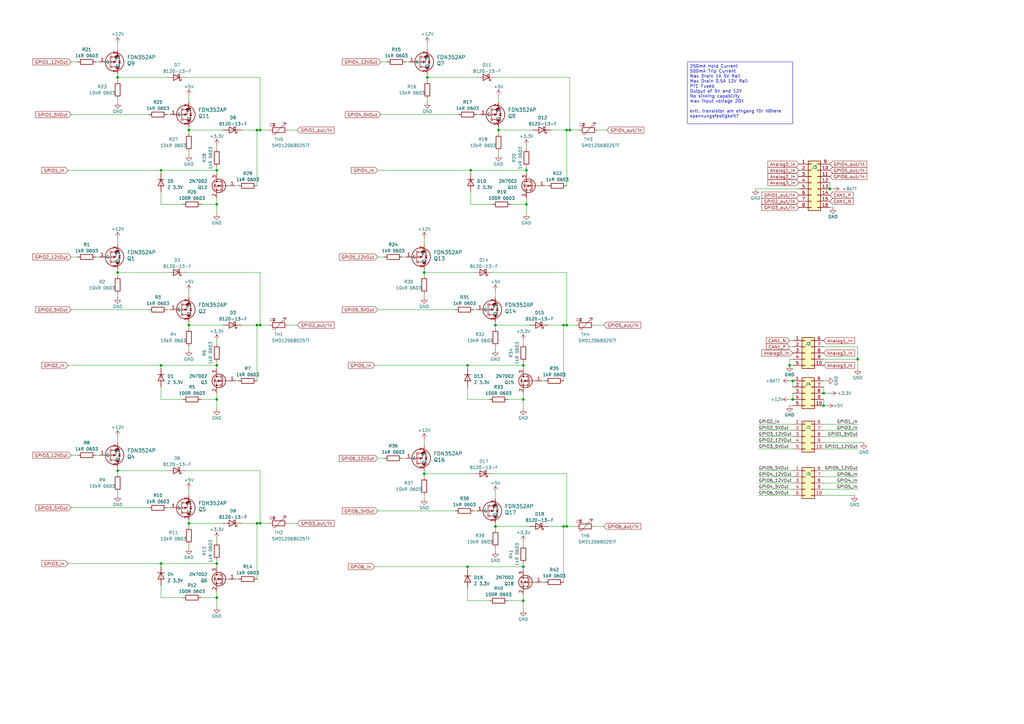
<source format=kicad_sch>
(kicad_sch (version 20230121) (generator eeschema)
  (paper "A3")
  (junction (at 105.41 133.35))
  (junction (at 325.12 156.21))
  (junction (at 214.63 149.86))
  (junction (at 214.63 246.38))
  (junction (at 48.26 193.04))
  (junction (at 215.9 69.85))
  (junction (at 88.9 83.82))
  (junction (at 193.04 69.85))
  (junction (at 48.26 111.76))
  (junction (at 173.99 111.76))
  (junction (at 203.2 133.35))
  (junction (at 232.41 53.34))
  (junction (at 175.26 31.75))
  (junction (at 88.9 163.83))
  (junction (at 214.63 232.41))
  (junction (at 88.9 69.85))
  (junction (at 88.9 149.86))
  (junction (at 106.68 133.35))
  (junction (at 232.41 133.35))
  (junction (at 203.2 215.9))
  (junction (at 173.99 194.31))
  (junction (at 233.68 53.34))
  (junction (at 77.47 53.34))
  (junction (at 106.68 53.34))
  (junction (at 337.82 166.37))
  (junction (at 88.9 245.11))
  (junction (at 215.9 83.82))
  (junction (at 337.82 161.29))
  (junction (at 191.77 149.86))
  (junction (at 323.85 149.86))
  (junction (at 66.04 231.14))
  (junction (at 340.36 77.47))
  (junction (at 88.9 231.14))
  (junction (at 325.12 163.83))
  (junction (at 191.77 232.41))
  (junction (at 105.41 53.34))
  (junction (at 77.47 214.63))
  (junction (at 77.47 133.35))
  (junction (at 214.63 163.83))
  (junction (at 105.41 214.63))
  (junction (at 204.47 53.34))
  (junction (at 231.14 215.9))
  (junction (at 66.04 149.86))
  (junction (at 232.41 215.9))
  (junction (at 351.79 147.32))
  (junction (at 48.26 31.75))
  (junction (at 106.68 214.63))
  (junction (at 66.04 69.85))
  (junction (at 231.14 133.35))
  (wire (pts (xy 339.09 156.21) (xy 337.82 156.21)))
  (wire (pts (xy 29.21 105.41) (xy 31.75 105.41)))
  (wire (pts (xy 48.26 111.76) (xy 48.26 113.03)))
  (wire (pts (xy 309.88 77.47) (xy 327.66 77.47)))
  (wire (pts (xy 311.15 181.61) (xy 325.12 181.61)))
  (wire (pts (xy 214.63 148.59) (xy 214.63 149.86)))
  (wire (pts (xy 66.04 240.03) (xy 66.04 245.11)))
  (wire (pts (xy 325.12 156.21) (xy 325.12 158.75)))
  (wire (pts (xy 88.9 229.87) (xy 88.9 231.14)))
  (wire (pts (xy 323.85 156.21) (xy 325.12 156.21)))
  (wire (pts (xy 156.21 46.99) (xy 187.96 46.99)))
  (wire (pts (xy 66.04 151.13) (xy 66.04 149.86)))
  (wire (pts (xy 175.26 31.75) (xy 195.58 31.75)))
  (wire (pts (xy 165.1 105.41) (xy 166.37 105.41)))
  (wire (pts (xy 191.77 163.83) (xy 200.66 163.83)))
  (wire (pts (xy 99.06 133.35) (xy 105.41 133.35)))
  (wire (pts (xy 105.41 53.34) (xy 105.41 76.2)))
  (wire (pts (xy 311.15 203.2) (xy 325.12 203.2)))
  (wire (pts (xy 337.82 184.15) (xy 351.79 184.15)))
  (wire (pts (xy 173.99 194.31) (xy 194.31 194.31)))
  (wire (pts (xy 106.68 111.76) (xy 106.68 133.35)))
  (wire (pts (xy 222.25 238.76) (xy 223.52 238.76)))
  (wire (pts (xy 323.85 147.32) (xy 323.85 149.86)))
  (wire (pts (xy 311.15 198.12) (xy 325.12 198.12)))
  (wire (pts (xy 29.21 127) (xy 60.96 127)))
  (wire (pts (xy 243.84 133.35) (xy 247.65 133.35)))
  (wire (pts (xy 99.06 53.34) (xy 105.41 53.34)))
  (wire (pts (xy 99.06 214.63) (xy 105.41 214.63)))
  (wire (pts (xy 173.99 180.34) (xy 173.99 182.88)))
  (wire (pts (xy 66.04 71.12) (xy 66.04 69.85)))
  (wire (pts (xy 193.04 69.85) (xy 215.9 69.85)))
  (wire (pts (xy 68.58 46.99) (xy 69.85 46.99)))
  (wire (pts (xy 88.9 231.14) (xy 88.9 232.41)))
  (wire (pts (xy 337.82 163.83) (xy 337.82 166.37)))
  (wire (pts (xy 323.85 142.24) (xy 325.12 142.24)))
  (wire (pts (xy 154.94 127) (xy 186.69 127)))
  (wire (pts (xy 88.9 149.86) (xy 88.9 151.13)))
  (wire (pts (xy 203.2 214.63) (xy 203.2 215.9)))
  (wire (pts (xy 106.68 53.34) (xy 110.49 53.34)))
  (wire (pts (xy 77.47 214.63) (xy 91.44 214.63)))
  (wire (pts (xy 82.55 83.82) (xy 88.9 83.82)))
  (wire (pts (xy 77.47 214.63) (xy 77.47 215.9)))
  (wire (pts (xy 66.04 69.85) (xy 88.9 69.85)))
  (wire (pts (xy 105.41 53.34) (xy 106.68 53.34)))
  (wire (pts (xy 68.58 208.28) (xy 69.85 208.28)))
  (wire (pts (xy 351.79 195.58) (xy 337.82 195.58)))
  (wire (pts (xy 351.79 142.24) (xy 351.79 147.32)))
  (wire (pts (xy 203.2 119.38) (xy 203.2 121.92)))
  (wire (pts (xy 106.68 111.76) (xy 76.2 111.76)))
  (wire (pts (xy 77.47 53.34) (xy 91.44 53.34)))
  (wire (pts (xy 204.47 53.34) (xy 204.47 54.61)))
  (wire (pts (xy 175.26 30.48) (xy 175.26 31.75)))
  (wire (pts (xy 106.68 133.35) (xy 110.49 133.35)))
  (wire (pts (xy 351.79 179.07) (xy 337.82 179.07)))
  (wire (pts (xy 214.63 139.7) (xy 214.63 140.97)))
  (wire (pts (xy 203.2 215.9) (xy 217.17 215.9)))
  (wire (pts (xy 203.2 133.35) (xy 203.2 134.62)))
  (wire (pts (xy 154.94 105.41) (xy 157.48 105.41)))
  (wire (pts (xy 77.47 52.07) (xy 77.47 53.34)))
  (wire (pts (xy 245.11 53.34) (xy 248.92 53.34)))
  (wire (pts (xy 118.11 214.63) (xy 121.92 214.63)))
  (wire (pts (xy 232.41 111.76) (xy 201.93 111.76)))
  (wire (pts (xy 77.47 223.52) (xy 77.47 224.79)))
  (wire (pts (xy 204.47 62.23) (xy 204.47 63.5)))
  (wire (pts (xy 191.77 158.75) (xy 191.77 163.83)))
  (wire (pts (xy 166.37 25.4) (xy 167.64 25.4)))
  (wire (pts (xy 154.94 187.96) (xy 157.48 187.96)))
  (wire (pts (xy 194.31 209.55) (xy 195.58 209.55)))
  (wire (pts (xy 48.26 30.48) (xy 48.26 31.75)))
  (wire (pts (xy 337.82 166.37) (xy 339.09 166.37)))
  (wire (pts (xy 173.99 110.49) (xy 173.99 111.76)))
  (wire (pts (xy 191.77 151.13) (xy 191.77 149.86)))
  (wire (pts (xy 96.52 76.2) (xy 97.79 76.2)))
  (wire (pts (xy 88.9 163.83) (xy 88.9 167.64)))
  (wire (pts (xy 231.14 215.9) (xy 232.41 215.9)))
  (wire (pts (xy 193.04 78.74) (xy 193.04 83.82)))
  (wire (pts (xy 191.77 232.41) (xy 214.63 232.41)))
  (wire (pts (xy 27.94 149.86) (xy 66.04 149.86)))
  (wire (pts (xy 88.9 242.57) (xy 88.9 245.11)))
  (wire (pts (xy 311.15 179.07) (xy 325.12 179.07)))
  (wire (pts (xy 106.68 31.75) (xy 76.2 31.75)))
  (wire (pts (xy 223.52 76.2) (xy 224.79 76.2)))
  (wire (pts (xy 77.47 200.66) (xy 77.47 203.2)))
  (wire (pts (xy 224.79 133.35) (xy 231.14 133.35)))
  (wire (pts (xy 214.63 163.83) (xy 214.63 167.64)))
  (wire (pts (xy 48.26 201.93) (xy 48.26 203.2)))
  (wire (pts (xy 175.26 17.78) (xy 175.26 20.32)))
  (wire (pts (xy 231.14 133.35) (xy 231.14 156.21)))
  (wire (pts (xy 173.99 194.31) (xy 173.99 195.58)))
  (wire (pts (xy 191.77 149.86) (xy 214.63 149.86)))
  (wire (pts (xy 77.47 132.08) (xy 77.47 133.35)))
  (wire (pts (xy 66.04 149.86) (xy 88.9 149.86)))
  (wire (pts (xy 203.2 132.08) (xy 203.2 133.35)))
  (wire (pts (xy 215.9 69.85) (xy 215.9 71.12)))
  (wire (pts (xy 106.68 214.63) (xy 110.49 214.63)))
  (wire (pts (xy 66.04 78.74) (xy 66.04 83.82)))
  (wire (pts (xy 66.04 245.11) (xy 74.93 245.11)))
  (wire (pts (xy 106.68 31.75) (xy 106.68 53.34)))
  (wire (pts (xy 232.41 111.76) (xy 232.41 133.35)))
  (wire (pts (xy 191.77 246.38) (xy 200.66 246.38)))
  (wire (pts (xy 204.47 52.07) (xy 204.47 53.34)))
  (wire (pts (xy 27.94 231.14) (xy 66.04 231.14)))
  (wire (pts (xy 173.99 120.65) (xy 173.99 121.92)))
  (wire (pts (xy 77.47 119.38) (xy 77.47 121.92)))
  (wire (pts (xy 203.2 224.79) (xy 203.2 226.06)))
  (wire (pts (xy 173.99 111.76) (xy 173.99 113.03)))
  (wire (pts (xy 214.63 232.41) (xy 214.63 233.68)))
  (wire (pts (xy 323.85 147.32) (xy 325.12 147.32)))
  (wire (pts (xy 214.63 243.84) (xy 214.63 246.38)))
  (wire (pts (xy 156.21 25.4) (xy 158.75 25.4)))
  (wire (pts (xy 337.82 142.24) (xy 351.79 142.24)))
  (wire (pts (xy 106.68 193.04) (xy 106.68 214.63)))
  (wire (pts (xy 311.15 173.99) (xy 325.12 173.99)))
  (wire (pts (xy 232.41 53.34) (xy 233.68 53.34)))
  (wire (pts (xy 215.9 68.58) (xy 215.9 69.85)))
  (wire (pts (xy 231.14 133.35) (xy 232.41 133.35)))
  (wire (pts (xy 173.99 97.79) (xy 173.99 100.33)))
  (wire (pts (xy 351.79 147.32) (xy 351.79 151.13)))
  (wire (pts (xy 88.9 83.82) (xy 88.9 87.63)))
  (wire (pts (xy 173.99 203.2) (xy 173.99 204.47)))
  (wire (pts (xy 232.41 215.9) (xy 236.22 215.9)))
  (wire (pts (xy 48.26 193.04) (xy 68.58 193.04)))
  (wire (pts (xy 77.47 133.35) (xy 91.44 133.35)))
  (wire (pts (xy 118.11 133.35) (xy 121.92 133.35)))
  (wire (pts (xy 340.36 85.09) (xy 341.63 85.09)))
  (wire (pts (xy 88.9 220.98) (xy 88.9 222.25)))
  (wire (pts (xy 165.1 187.96) (xy 166.37 187.96)))
  (wire (pts (xy 215.9 81.28) (xy 215.9 83.82)))
  (wire (pts (xy 154.94 209.55) (xy 186.69 209.55)))
  (wire (pts (xy 68.58 127) (xy 69.85 127)))
  (wire (pts (xy 351.79 198.12) (xy 337.82 198.12)))
  (wire (pts (xy 27.94 69.85) (xy 66.04 69.85)))
  (wire (pts (xy 311.15 193.04) (xy 325.12 193.04)))
  (wire (pts (xy 231.14 215.9) (xy 231.14 238.76)))
  (wire (pts (xy 340.36 74.93) (xy 340.36 77.47)))
  (wire (pts (xy 311.15 176.53) (xy 325.12 176.53)))
  (wire (pts (xy 105.41 214.63) (xy 105.41 237.49)))
  (wire (pts (xy 323.85 166.37) (xy 325.12 166.37)))
  (wire (pts (xy 214.63 149.86) (xy 214.63 151.13)))
  (wire (pts (xy 203.2 215.9) (xy 203.2 217.17)))
  (wire (pts (xy 203.2 133.35) (xy 217.17 133.35)))
  (wire (pts (xy 66.04 158.75) (xy 66.04 163.83)))
  (wire (pts (xy 194.31 127) (xy 195.58 127)))
  (wire (pts (xy 175.26 40.64) (xy 175.26 41.91)))
  (wire (pts (xy 233.68 31.75) (xy 233.68 53.34)))
  (wire (pts (xy 214.63 222.25) (xy 214.63 223.52)))
  (wire (pts (xy 203.2 142.24) (xy 203.2 143.51)))
  (wire (pts (xy 214.63 231.14) (xy 214.63 232.41)))
  (wire (pts (xy 233.68 53.34) (xy 237.49 53.34)))
  (wire (pts (xy 203.2 201.93) (xy 203.2 204.47)))
  (wire (pts (xy 29.21 46.99) (xy 60.96 46.99)))
  (wire (pts (xy 48.26 31.75) (xy 68.58 31.75)))
  (wire (pts (xy 337.82 147.32) (xy 351.79 147.32)))
  (wire (pts (xy 88.9 161.29) (xy 88.9 163.83)))
  (wire (pts (xy 204.47 53.34) (xy 218.44 53.34)))
  (wire (pts (xy 96.52 237.49) (xy 97.79 237.49)))
  (wire (pts (xy 66.04 83.82) (xy 74.93 83.82)))
  (wire (pts (xy 105.41 133.35) (xy 106.68 133.35)))
  (wire (pts (xy 105.41 214.63) (xy 106.68 214.63)))
  (wire (pts (xy 29.21 186.69) (xy 31.75 186.69)))
  (wire (pts (xy 48.26 31.75) (xy 48.26 33.02)))
  (wire (pts (xy 105.41 133.35) (xy 105.41 156.21)))
  (wire (pts (xy 337.82 181.61) (xy 354.33 181.61)))
  (wire (pts (xy 153.67 232.41) (xy 191.77 232.41)))
  (wire (pts (xy 341.63 77.47) (xy 340.36 77.47)))
  (wire (pts (xy 118.11 53.34) (xy 121.92 53.34)))
  (wire (pts (xy 325.12 161.29) (xy 325.12 163.83)))
  (wire (pts (xy 77.47 133.35) (xy 77.47 134.62)))
  (wire (pts (xy 66.04 231.14) (xy 88.9 231.14)))
  (wire (pts (xy 232.41 133.35) (xy 236.22 133.35)))
  (wire (pts (xy 48.26 120.65) (xy 48.26 121.92)))
  (wire (pts (xy 175.26 31.75) (xy 175.26 33.02)))
  (wire (pts (xy 337.82 203.2) (xy 350.52 203.2)))
  (wire (pts (xy 215.9 59.69) (xy 215.9 60.96)))
  (wire (pts (xy 106.68 193.04) (xy 76.2 193.04)))
  (wire (pts (xy 311.15 195.58) (xy 325.12 195.58)))
  (wire (pts (xy 48.26 17.78) (xy 48.26 20.32)))
  (wire (pts (xy 226.06 53.34) (xy 232.41 53.34)))
  (wire (pts (xy 48.26 110.49) (xy 48.26 111.76)))
  (wire (pts (xy 243.84 215.9) (xy 247.65 215.9)))
  (wire (pts (xy 337.82 161.29) (xy 337.82 158.75)))
  (wire (pts (xy 232.41 53.34) (xy 232.41 76.2)))
  (wire (pts (xy 88.9 81.28) (xy 88.9 83.82)))
  (wire (pts (xy 193.04 71.12) (xy 193.04 69.85)))
  (wire (pts (xy 77.47 39.37) (xy 77.47 41.91)))
  (wire (pts (xy 233.68 31.75) (xy 203.2 31.75)))
  (wire (pts (xy 88.9 68.58) (xy 88.9 69.85)))
  (wire (pts (xy 48.26 97.79) (xy 48.26 100.33)))
  (wire (pts (xy 193.04 83.82) (xy 201.93 83.82)))
  (wire (pts (xy 209.55 83.82) (xy 215.9 83.82)))
  (wire (pts (xy 39.37 105.41) (xy 40.64 105.41)))
  (wire (pts (xy 337.82 200.66) (xy 351.79 200.66)))
  (wire (pts (xy 224.79 215.9) (xy 231.14 215.9)))
  (wire (pts (xy 215.9 83.82) (xy 215.9 87.63)))
  (wire (pts (xy 39.37 25.4) (xy 40.64 25.4)))
  (wire (pts (xy 323.85 149.86) (xy 325.12 149.86)))
  (wire (pts (xy 232.41 194.31) (xy 201.93 194.31)))
  (wire (pts (xy 88.9 148.59) (xy 88.9 149.86)))
  (wire (pts (xy 66.04 232.41) (xy 66.04 231.14)))
  (wire (pts (xy 337.82 176.53) (xy 351.79 176.53)))
  (wire (pts (xy 191.77 233.68) (xy 191.77 232.41)))
  (wire (pts (xy 311.15 200.66) (xy 325.12 200.66)))
  (wire (pts (xy 208.28 246.38) (xy 214.63 246.38)))
  (wire (pts (xy 77.47 142.24) (xy 77.47 143.51)))
  (wire (pts (xy 208.28 163.83) (xy 214.63 163.83)))
  (wire (pts (xy 153.67 149.86) (xy 191.77 149.86)))
  (wire (pts (xy 82.55 163.83) (xy 88.9 163.83)))
  (wire (pts (xy 232.41 194.31) (xy 232.41 215.9)))
  (wire (pts (xy 195.58 46.99) (xy 196.85 46.99)))
  (wire (pts (xy 323.85 139.7) (xy 325.12 139.7)))
  (wire (pts (xy 154.94 69.85) (xy 193.04 69.85)))
  (wire (pts (xy 88.9 139.7) (xy 88.9 140.97)))
  (wire (pts (xy 29.21 208.28) (xy 60.96 208.28)))
  (wire (pts (xy 88.9 245.11) (xy 88.9 248.92)))
  (wire (pts (xy 29.21 25.4) (xy 31.75 25.4)))
  (wire (pts (xy 311.15 184.15) (xy 325.12 184.15)))
  (wire (pts (xy 204.47 39.37) (xy 204.47 41.91)))
  (wire (pts (xy 48.26 40.64) (xy 48.26 41.91)))
  (wire (pts (xy 173.99 111.76) (xy 194.31 111.76)))
  (wire (pts (xy 77.47 62.23) (xy 77.47 63.5)))
  (wire (pts (xy 337.82 193.04) (xy 351.79 193.04)))
  (wire (pts (xy 337.82 173.99) (xy 351.79 173.99)))
  (wire (pts (xy 214.63 246.38) (xy 214.63 250.19)))
  (wire (pts (xy 77.47 213.36) (xy 77.47 214.63)))
  (wire (pts (xy 191.77 241.3) (xy 191.77 246.38)))
  (wire (pts (xy 48.26 111.76) (xy 68.58 111.76)))
  (wire (pts (xy 48.26 191.77) (xy 48.26 193.04)))
  (wire (pts (xy 337.82 161.29) (xy 340.36 161.29)))
  (wire (pts (xy 96.52 156.21) (xy 97.79 156.21)))
  (wire (pts (xy 77.47 53.34) (xy 77.47 54.61)))
  (wire (pts (xy 88.9 59.69) (xy 88.9 60.96)))
  (wire (pts (xy 214.63 161.29) (xy 214.63 163.83)))
  (wire (pts (xy 39.37 186.69) (xy 40.64 186.69)))
  (wire (pts (xy 173.99 193.04) (xy 173.99 194.31)))
  (wire (pts (xy 48.26 193.04) (xy 48.26 194.31)))
  (wire (pts (xy 48.26 179.07) (xy 48.26 181.61)))
  (wire (pts (xy 323.85 163.83) (xy 325.12 163.83)))
  (wire (pts (xy 66.04 163.83) (xy 74.93 163.83)))
  (wire (pts (xy 82.55 245.11) (xy 88.9 245.11)))
  (wire (pts (xy 88.9 69.85) (xy 88.9 71.12)))
  (wire (pts (xy 222.25 156.21) (xy 223.52 156.21)))
  (text_box "250mA Hold Current\n500mA Trip Current\nMax Drain 1A 5V Rail\nMax Drain 0,5A 12V Rail\nPTC Fused\nOutput of 5V and 12V\nNo sinking capability\nmax input voltage 20V\n\nevtl. transistor am eingang für höhere spannungsfestigkeit?\n" (at 281.94 25.4 0) (size 43.18 25.4) (effects (font (size 1.27 1.27)) (justify left top)))
  (label "GPIO4_5VOut" (at 311.15 200.66 0))
  (label "GPIO5_In" (at 351.79 200.66 180))
  (label "GPIO2_In" (at 311.15 173.99 0))
  (label "GPIO2_12VOut" (at 311.15 181.61 0))
  (label "GPIO6_In" (at 351.79 195.58 180))
  (label "GPIO4_In" (at 351.79 198.12 180))
  (label "GPIO4_12VOut" (at 311.15 195.58 0))
  (label "GPIO5_12VOut" (at 351.79 193.04 180))
  (label "GPIO6_5VOut" (at 311.15 203.2 0))
  (label "GPIO5_5VOut" (at 311.15 193.04 0))
  (label "GPIO1_5VOut" (at 351.79 179.07 180))
  (label "GPIO3_12VOut" (at 311.15 179.07 0))
  (label "GPIO1_In" (at 351.79 173.99 180))
  (label "GPIO3_5VOut" (at 311.15 184.15 0))
  (label "GPIO3_In" (at 351.79 176.53 180))
  (label "GPIO2_5VOut" (at 311.15 176.53 0))
  (label "GPIO6_12VOut" (at 311.15 198.12 0))
  (label "GPIO1_12VOut" (at 351.79 184.15 180))
  (global_label "CAN1_P" (shape input) (at 323.85 142.24 180) (property "Intersheetrefs" "${INTERSHEET_REFS}" (effects hide)))
  (global_label "GPIO1_out{slash}in" (shape input) (at 327.66 80.01 180) (property "Intersheetrefs" "${INTERSHEET_REFS}" (effects hide)))
  (global_label "Analog2_In" (shape input) (at 337.82 144.78 0) (property "Intersheetrefs" "${INTERSHEET_REFS}" (effects hide)))
  (global_label "Analog0_In" (shape input) (at 327.66 67.31 180) (property "Intersheetrefs" "${INTERSHEET_REFS}" (effects hide)))
  (global_label "GPIO4_out{slash}in" (shape input) (at 248.92 53.34 0) (property "Intersheetrefs" "${INTERSHEET_REFS}" (effects hide)))
  (global_label "GPIO2_out{slash}in" (shape input) (at 327.66 82.55 180) (property "Intersheetrefs" "${INTERSHEET_REFS}" (effects hide)))
  (global_label "GPIO3_out{slash}in" (shape input) (at 327.66 85.09 180) (property "Intersheetrefs" "${INTERSHEET_REFS}" (effects hide)))
  (global_label "Analog1_In" (shape input) (at 337.82 139.7 0) (property "Intersheetrefs" "${INTERSHEET_REFS}" (effects hide)))
  (global_label "GPIO5_In" (shape input) (at 153.67 149.86 180) (property "Intersheetrefs" "${INTERSHEET_REFS}" (effects hide)))
  (global_label "GPIO4_12VOut" (shape input) (at 156.21 25.4 180) (property "Intersheetrefs" "${INTERSHEET_REFS}" (effects hide)))
  (global_label "GPIO6_out{slash}in" (shape input) (at 340.36 72.39 0) (property "Intersheetrefs" "${INTERSHEET_REFS}" (effects hide)))
  (global_label "GPIO1_5VOut" (shape input) (at 29.21 46.99 180) (property "Intersheetrefs" "${INTERSHEET_REFS}" (effects hide)))
  (global_label "GPIO1_In" (shape input) (at 27.94 69.85 180) (property "Intersheetrefs" "${INTERSHEET_REFS}" (effects hide)))
  (global_label "Analog2_In" (shape input) (at 327.66 72.39 180) (property "Intersheetrefs" "${INTERSHEET_REFS}" (effects hide)))
  (global_label "GPIO1_12VOut" (shape input) (at 29.21 25.4 180) (property "Intersheetrefs" "${INTERSHEET_REFS}" (effects hide)))
  (global_label "GPIO2_5VOut" (shape input) (at 29.21 127 180) (property "Intersheetrefs" "${INTERSHEET_REFS}" (effects hide)))
  (global_label "GPIO3_out{slash}in" (shape input) (at 121.92 214.63 0) (property "Intersheetrefs" "${INTERSHEET_REFS}" (effects hide)))
  (global_label "CAN1_N" (shape input) (at 323.85 139.7 180) (property "Intersheetrefs" "${INTERSHEET_REFS}" (effects hide)))
  (global_label "GPIO3_5VOut" (shape input) (at 29.21 208.28 180) (property "Intersheetrefs" "${INTERSHEET_REFS}" (effects hide)))
  (global_label "GPIO2_In" (shape input) (at 27.94 149.86 180) (property "Intersheetrefs" "${INTERSHEET_REFS}" (effects hide)))
  (global_label "CAN1_N" (shape input) (at 340.36 82.55 0) (property "Intersheetrefs" "${INTERSHEET_REFS}" (effects hide)))
  (global_label "GPIO6_5VOut" (shape input) (at 154.94 209.55 180) (property "Intersheetrefs" "${INTERSHEET_REFS}" (effects hide)))
  (global_label "GPIO2_12VOut" (shape input) (at 29.21 105.41 180) (property "Intersheetrefs" "${INTERSHEET_REFS}" (effects hide)))
  (global_label "GPIO3_12VOut" (shape input) (at 29.21 186.69 180) (property "Intersheetrefs" "${INTERSHEET_REFS}" (effects hide)))
  (global_label "GPIO1_out{slash}in" (shape input) (at 121.92 53.34 0) (property "Intersheetrefs" "${INTERSHEET_REFS}" (effects hide)))
  (global_label "Analog3_In" (shape input) (at 337.82 149.86 0) (property "Intersheetrefs" "${INTERSHEET_REFS}" (effects hide)))
  (global_label "GPIO5_5VOut" (shape input) (at 154.94 127 180) (property "Intersheetrefs" "${INTERSHEET_REFS}" (effects hide)))
  (global_label "GPIO4_In" (shape input) (at 154.94 69.85 180) (property "Intersheetrefs" "${INTERSHEET_REFS}" (effects hide)))
  (global_label "GPIO5_out{slash}in" (shape input) (at 340.36 69.85 0) (property "Intersheetrefs" "${INTERSHEET_REFS}" (effects hide)))
  (global_label "Analog1_In" (shape input) (at 327.66 69.85 180) (property "Intersheetrefs" "${INTERSHEET_REFS}" (effects hide)))
  (global_label "Analog0_In" (shape input) (at 325.12 144.78 180) (property "Intersheetrefs" "${INTERSHEET_REFS}" (effects hide)))
  (global_label "GPIO6_In" (shape input) (at 153.67 232.41 180) (property "Intersheetrefs" "${INTERSHEET_REFS}" (effects hide)))
  (global_label "GPIO6_12VOut" (shape input) (at 154.94 187.96 180) (property "Intersheetrefs" "${INTERSHEET_REFS}" (effects hide)))
  (global_label "GPIO5_out{slash}in" (shape input) (at 247.65 133.35 0) (property "Intersheetrefs" "${INTERSHEET_REFS}" (effects hide)))
  (global_label "GPIO4_5VOut" (shape input) (at 156.21 46.99 180) (property "Intersheetrefs" "${INTERSHEET_REFS}" (effects hide)))
  (global_label "Analog3_In" (shape input) (at 327.66 74.93 180) (property "Intersheetrefs" "${INTERSHEET_REFS}" (effects hide)))
  (global_label "GPIO5_12VOut" (shape input) (at 154.94 105.41 180) (property "Intersheetrefs" "${INTERSHEET_REFS}" (effects hide)))
  (global_label "CAN1_P" (shape input) (at 340.36 80.01 0) (property "Intersheetrefs" "${INTERSHEET_REFS}" (effects hide)))
  (global_label "GPIO4_out{slash}in" (shape input) (at 340.36 67.31 0) (property "Intersheetrefs" "${INTERSHEET_REFS}" (effects hide)))
  (global_label "GPIO2_out{slash}in" (shape input) (at 121.92 133.35 0) (property "Intersheetrefs" "${INTERSHEET_REFS}" (effects hide)))
  (global_label "GPIO6_out{slash}in" (shape input) (at 247.65 215.9 0) (property "Intersheetrefs" "${INTERSHEET_REFS}" (effects hide)))
  (global_label "GPIO3_In" (shape input) (at 27.94 231.14 180) (property "Intersheetrefs" "${INTERSHEET_REFS}" (effects hide)))
  (symbol (lib_id "power:GND") (at 203.2 143.51 0) (unit 1)
    (property "Reference" "#PWR025" (effects hide))
    (property "Value" "GND" (at 203.2 147.32 0))
  )
  (symbol (lib_id "Device:R") (at 88.9 226.06 180) (unit 1)
    (property "Reference" "R13" (at 83.82 226.06 90))
    (property "Value" "1kR 0603" (at 86.36 226.06 90))
    (property "Footprint" "Resistor_SMD:R_0603_1608Metric_Pad0.98x0.95mm_HandSolder" (effects hide))
  )
  (symbol (lib_id "Device:Thermistor_PTC") (at 240.03 133.35 270) (unit 1)
    (property "Reference" "TH4" (at 240.03 137.16 90))
    (property "Value" "SMD1206B025TF" (at 245.11 139.7 90))
    (property "Footprint" "Resistor_SMD:R_1206_3216Metric_Pad1.30x1.75mm_HandSolder" (effects hide))
  )
  (symbol (lib_id "Device:R") (at 215.9 64.77 180) (unit 1)
    (property "Reference" "R20" (at 210.82 64.77 90))
    (property "Value" "1kR 0603" (at 213.36 64.77 90))
    (property "Footprint" "Resistor_SMD:R_0603_1608Metric_Pad0.98x0.95mm_HandSolder" (effects hide))
  )
  (symbol (lib_id "Device:R") (at 88.9 64.77 180) (unit 1)
    (property "Reference" "R28" (at 83.82 64.77 90))
    (property "Value" "1kR 0603" (at 86.36 64.77 90))
    (property "Footprint" "Resistor_SMD:R_0603_1608Metric_Pad0.98x0.95mm_HandSolder" (effects hide))
  )
  (symbol (lib_id "Device:R") (at 173.99 116.84 180) (unit 1)
    (property "Reference" "R30" (at 167.64 115.57 0))
    (property "Value" "10kR 0603" (at 167.64 118.11 0))
    (property "Footprint" "Resistor_SMD:R_0603_1608Metric_Pad0.98x0.95mm_HandSolder" (effects hide))
  )
  (symbol (lib_id "power:+5V") (at 204.47 39.37 0) (unit 1)
    (property "Reference" "#PWR017" (effects hide))
    (property "Value" "+5V" (at 204.47 35.56 0))
  )
  (symbol (lib_id "power:GND") (at 339.09 156.21 90) (unit 1)
    (property "Reference" "#PWR037" (effects hide))
    (property "Value" "GND" (at 342.9 156.21 0))
  )
  (symbol (lib_id "power:+12V") (at 323.85 163.83 90) (unit 1)
    (property "Reference" "#PWR035" (effects hide))
    (property "Value" "+12V" (at 321.31 163.83 90) (effects (justify left)))
  )
  (symbol (lib_id "Device:R") (at 203.2 220.98 180) (unit 1)
    (property "Reference" "R39" (at 196.85 219.71 0))
    (property "Value" "10kR 0603" (at 196.85 222.25 0))
    (property "Footprint" "Resistor_SMD:R_0603_1608Metric_Pad0.98x0.95mm_HandSolder" (effects hide))
  )
  (symbol (lib_id "power:+BATT") (at 323.85 156.21 90) (unit 1)
    (property "Reference" "#PWR034" (effects hide))
    (property "Value" "+BATT" (at 320.04 156.21 90) (effects (justify left)))
  )
  (symbol (lib_id "power:+12V") (at 173.99 97.79 0) (unit 1)
    (property "Reference" "#PWR021" (effects hide))
    (property "Value" "+12V" (at 173.99 93.98 0))
  )
  (symbol (lib_id "Transistor_FET:2N7002") (at 91.44 76.2 0) (mirror y) (unit 1)
    (property "Reference" "Q12" (at 85.09 76.835 0) (effects (justify left)))
    (property "Value" "2N7002" (at 85.09 74.295 0) (effects (justify left)))
    (property "Footprint" "Package_TO_SOT_SMD:SOT-23" (effects hide))
    (property "Datasheet" "https://www.onsemi.com/pub/Collateral/NDS7002A-D.PDF" (effects hide))
  )
  (symbol (lib_id "power:+12V") (at 175.26 17.78 0) (unit 1)
    (property "Reference" "#PWR015" (effects hide))
    (property "Value" "+12V" (at 175.26 13.97 0))
  )
  (symbol (lib_id "Device:R") (at 205.74 83.82 90) (unit 1)
    (property "Reference" "R19" (at 205.74 78.74 90))
    (property "Value" "100R 0603" (at 205.74 81.28 90))
    (property "Footprint" "Resistor_SMD:R_0603_1608Metric_Pad0.98x0.95mm_HandSolder" (effects hide))
  )
  (symbol (lib_id "Device:R") (at 64.77 46.99 90) (unit 1)
    (property "Reference" "R25" (at 64.77 41.91 90))
    (property "Value" "1kR 0603" (at 64.77 44.45 90))
    (property "Footprint" "Resistor_SMD:R_0603_1608Metric_Pad0.98x0.95mm_HandSolder" (effects hide))
  )
  (symbol (lib_id "Connector_Generic:Conn_02x05_Top_Bottom") (at 330.2 144.78 0) (unit 1)
    (property "Reference" "J2" (at 331.47 140.97 0))
    (property "Value" "Conn_02x05_Top_Bottom" (effects hide))
    (property "Footprint" "Connector_PinSocket_1.27mm:PinSocket_2x05_P1.27mm_Vertical" (effects hide))
  )
  (symbol (lib_id "Device:Thermistor_PTC") (at 114.3 53.34 270) (unit 1)
    (property "Reference" "TH5" (at 114.3 57.15 90))
    (property "Value" "SMD1206B025TF" (at 119.38 59.69 90))
    (property "Footprint" "Resistor_SMD:R_1206_3216Metric_Pad1.30x1.75mm_HandSolder" (effects hide))
  )
  (symbol (lib_id "power:GND") (at 88.9 87.63 0) (unit 1)
    (property "Reference" "#PWR029" (effects hide))
    (property "Value" "GND" (at 88.9 91.44 0))
  )
  (symbol (lib_id "power:+3.3V") (at 88.9 59.69 0) (unit 1)
    (property "Reference" "#PWR027" (effects hide))
    (property "Value" "+3.3V" (at 88.9 55.88 0))
  )
  (symbol (lib_id "power:GND") (at 88.9 248.92 0) (unit 1)
    (property "Reference" "#PWR014" (effects hide))
    (property "Value" "GND" (at 88.9 252.73 0))
  )
  (symbol (lib_id "Device:D") (at 66.04 236.22 270) (unit 1)
    (property "Reference" "D4" (at 68.58 235.585 90) (effects (justify left)))
    (property "Value" "Z 3.3V" (at 68.58 238.125 90) (effects (justify left)))
    (property "Footprint" "Diode_SMD:D_SOD-323_HandSoldering" (effects hide))
    (property "Datasheet" "https://www.mouser.de/datasheet/2/308/1/MM3Z2V4T1_D-2316321.pdf" (effects hide))
    (property "PartNr." "MM3Z3V3T1G" (effects hide))
  )
  (symbol (lib_id "Device:R") (at 175.26 36.83 180) (unit 1)
    (property "Reference" "R16" (at 168.91 35.56 0))
    (property "Value" "10kR 0603" (at 168.91 38.1 0))
    (property "Footprint" "Resistor_SMD:R_0603_1608Metric_Pad0.98x0.95mm_HandSolder" (effects hide))
  )
  (symbol (lib_id "Device:R") (at 191.77 46.99 90) (unit 1)
    (property "Reference" "R17" (at 191.77 41.91 90))
    (property "Value" "1kR 0603" (at 191.77 44.45 90))
    (property "Footprint" "Resistor_SMD:R_0603_1608Metric_Pad0.98x0.95mm_HandSolder" (effects hide))
  )
  (symbol (lib_id "Transistor_FET:2N7002") (at 217.17 238.76 0) (mirror y) (unit 1)
    (property "Reference" "Q18" (at 210.82 239.395 0) (effects (justify left)))
    (property "Value" "2N7002" (at 210.82 236.855 0) (effects (justify left)))
    (property "Footprint" "Package_TO_SOT_SMD:SOT-23" (effects hide))
    (property "Datasheet" "https://www.onsemi.com/pub/Collateral/NDS7002A-D.PDF" (effects hide))
  )
  (symbol (lib_id "Lukas:FDN352AP") (at 167.64 25.4 0) (mirror x) (unit 1)
    (property "Reference" "Q7" (at 179.07 26.035 0) (effects (font (size 1.524 1.524)) (justify left)))
    (property "Value" "FDN352AP" (at 179.07 23.495 0) (effects (font (size 1.524 1.524)) (justify left)))
    (property "Footprint" "SOT23_527AG_ONS" (effects hide))
    (property "Datasheet" "FDN352AP" (effects hide))
  )
  (symbol (lib_id "power:GND") (at 77.47 143.51 0) (unit 1)
    (property "Reference" "#PWR06" (effects hide))
    (property "Value" "GND" (at 77.47 147.32 0))
  )
  (symbol (lib_id "power:GND") (at 351.79 151.13 0) (unit 1)
    (property "Reference" "#PWR053" (effects hide))
    (property "Value" "GND" (at 351.79 154.94 0))
  )
  (symbol (lib_id "Diode:B120-E3") (at 220.98 133.35 180) (unit 1)
    (property "Reference" "D15" (at 221.2975 128.27 0))
    (property "Value" "B120-13-F" (at 221.2975 130.81 0))
    (property "Footprint" "Diode_SMD:D_SMA" (effects hide))
    (property "Datasheet" "https://www.diodes.com/assets/Datasheets/B120_B-B160_B.pdf" (effects hide))
  )
  (symbol (lib_id "Diode:B120-E3") (at 220.98 215.9 180) (unit 1)
    (property "Reference" "D18" (at 221.2975 210.82 0))
    (property "Value" "B120-13-F" (at 221.2975 213.36 0))
    (property "Footprint" "Diode_SMD:D_SMA" (effects hide))
    (property "Datasheet" "https://www.diodes.com/assets/Datasheets/B120_B-B160_B.pdf" (effects hide))
  )
  (symbol (lib_id "Device:R") (at 204.47 163.83 90) (unit 1)
    (property "Reference" "R33" (at 204.47 158.75 90))
    (property "Value" "100R 0603" (at 204.47 161.29 90))
    (property "Footprint" "Resistor_SMD:R_0603_1608Metric_Pad0.98x0.95mm_HandSolder" (effects hide))
  )
  (symbol (lib_id "Transistor_FET:2N7002") (at 218.44 76.2 0) (mirror y) (unit 1)
    (property "Reference" "Q10" (at 212.09 76.835 0) (effects (justify left)))
    (property "Value" "2N7002" (at 212.09 74.295 0) (effects (justify left)))
    (property "Footprint" "Package_TO_SOT_SMD:SOT-23" (effects hide))
    (property "Datasheet" "https://www.onsemi.com/pub/Collateral/NDS7002A-D.PDF" (effects hide))
  )
  (symbol (lib_id "Device:R") (at 227.33 238.76 90) (unit 1)
    (property "Reference" "R42" (at 227.33 233.68 90))
    (property "Value" "1kR 0603" (at 227.33 236.22 90))
    (property "Footprint" "Resistor_SMD:R_0603_1608Metric_Pad0.98x0.95mm_HandSolder" (effects hide))
  )
  (symbol (lib_id "Diode:B120-E3") (at 95.25 214.63 180) (unit 1)
    (property "Reference" "D9" (at 95.5675 209.55 0))
    (property "Value" "B120-13-F" (at 95.5675 212.09 0))
    (property "Footprint" "Diode_SMD:D_SMA" (effects hide))
    (property "Datasheet" "https://www.diodes.com/assets/Datasheets/B120_B-B160_B.pdf" (effects hide))
  )
  (symbol (lib_id "power:GND") (at 77.47 224.79 0) (unit 1)
    (property "Reference" "#PWR012" (effects hide))
    (property "Value" "GND" (at 77.47 228.6 0))
  )
  (symbol (lib_id "Device:R") (at 35.56 25.4 90) (unit 1)
    (property "Reference" "R21" (at 35.56 20.32 90))
    (property "Value" "1kR 0603" (at 35.56 22.86 90))
    (property "Footprint" "Resistor_SMD:R_0603_1608Metric_Pad0.98x0.95mm_HandSolder" (effects hide))
  )
  (symbol (lib_id "Transistor_FET:2N7002") (at 91.44 237.49 0) (mirror y) (unit 1)
    (property "Reference" "Q6" (at 85.09 238.125 0) (effects (justify left)))
    (property "Value" "2N7002" (at 85.09 235.585 0) (effects (justify left)))
    (property "Footprint" "Package_TO_SOT_SMD:SOT-23" (effects hide))
    (property "Datasheet" "https://www.onsemi.com/pub/Collateral/NDS7002A-D.PDF" (effects hide))
  )
  (symbol (lib_id "Connector_Generic:Conn_02x05_Top_Bottom") (at 330.2 161.29 0) (unit 1)
    (property "Reference" "J4" (at 331.47 157.48 0))
    (property "Value" "Conn_02x05_Top_Bottom" (effects hide))
    (property "Footprint" "Connector_PinSocket_1.27mm:PinSocket_2x05_P1.27mm_Vertical" (effects hide))
  )
  (symbol (lib_id "Device:D") (at 191.77 154.94 270) (unit 1)
    (property "Reference" "D13" (at 194.31 154.305 90) (effects (justify left)))
    (property "Value" "Z 3.3V" (at 194.31 156.845 90) (effects (justify left)))
    (property "Footprint" "Diode_SMD:D_SOD-323_HandSoldering" (effects hide))
    (property "Datasheet" "https://www.mouser.de/datasheet/2/308/1/MM3Z2V4T1_D-2316321.pdf" (effects hide))
    (property "PartNr." "MM3Z3V3T1G" (effects hide))
  )
  (symbol (lib_id "Device:R") (at 214.63 227.33 180) (unit 1)
    (property "Reference" "R41" (at 209.55 227.33 90))
    (property "Value" "1kR 0603" (at 212.09 227.33 90))
    (property "Footprint" "Resistor_SMD:R_0603_1608Metric_Pad0.98x0.95mm_HandSolder" (effects hide))
  )
  (symbol (lib_id "Device:R") (at 88.9 144.78 180) (unit 1)
    (property "Reference" "R6" (at 83.82 144.78 90))
    (property "Value" "1kR 0603" (at 86.36 144.78 90))
    (property "Footprint" "Resistor_SMD:R_0603_1608Metric_Pad0.98x0.95mm_HandSolder" (effects hide))
  )
  (symbol (lib_id "Diode:B120-E3") (at 95.25 133.35 180) (unit 1)
    (property "Reference" "D3" (at 95.5675 128.27 0))
    (property "Value" "B120-13-F" (at 95.5675 130.81 0))
    (property "Footprint" "Diode_SMD:D_SMA" (effects hide))
    (property "Datasheet" "https://www.diodes.com/assets/Datasheets/B120_B-B160_B.pdf" (effects hide))
  )
  (symbol (lib_id "Device:R") (at 214.63 144.78 180) (unit 1)
    (property "Reference" "R34" (at 209.55 144.78 90))
    (property "Value" "1kR 0603" (at 212.09 144.78 90))
    (property "Footprint" "Resistor_SMD:R_0603_1608Metric_Pad0.98x0.95mm_HandSolder" (effects hide))
  )
  (symbol (lib_id "Device:Thermistor_PTC") (at 114.3 133.35 270) (unit 1)
    (property "Reference" "TH1" (at 114.3 137.16 90))
    (property "Value" "SMD1206B025TF" (at 119.38 139.7 90))
    (property "Footprint" "Resistor_SMD:R_1206_3216Metric_Pad1.30x1.75mm_HandSolder" (effects hide))
  )
  (symbol (lib_id "Device:R") (at 35.56 186.69 90) (unit 1)
    (property "Reference" "R8" (at 35.56 181.61 90))
    (property "Value" "1kR 0603" (at 35.56 184.15 90))
    (property "Footprint" "Resistor_SMD:R_0603_1608Metric_Pad0.98x0.95mm_HandSolder" (effects hide))
  )
  (symbol (lib_id "power:GND") (at 215.9 87.63 0) (unit 1)
    (property "Reference" "#PWR020" (effects hide))
    (property "Value" "GND" (at 215.9 91.44 0))
  )
  (symbol (lib_id "Device:R") (at 78.74 245.11 90) (unit 1)
    (property "Reference" "R12" (at 78.74 240.03 90))
    (property "Value" "100R 0603" (at 78.74 242.57 90))
    (property "Footprint" "Resistor_SMD:R_0603_1608Metric_Pad0.98x0.95mm_HandSolder" (effects hide))
  )
  (symbol (lib_id "Device:R") (at 203.2 138.43 180) (unit 1)
    (property "Reference" "R32" (at 196.85 137.16 0))
    (property "Value" "10kR 0603" (at 196.85 139.7 0))
    (property "Footprint" "Resistor_SMD:R_0603_1608Metric_Pad0.98x0.95mm_HandSolder" (effects hide))
  )
  (symbol (lib_id "Device:R") (at 228.6 76.2 90) (unit 1)
    (property "Reference" "R22" (at 228.6 71.12 90))
    (property "Value" "1kR 0603" (at 228.6 73.66 90))
    (property "Footprint" "Resistor_SMD:R_0603_1608Metric_Pad0.98x0.95mm_HandSolder" (effects hide))
  )
  (symbol (lib_id "Device:D") (at 66.04 154.94 270) (unit 1)
    (property "Reference" "D1" (at 68.58 154.305 90) (effects (justify left)))
    (property "Value" "Z 3.3V" (at 68.58 156.845 90) (effects (justify left)))
    (property "Footprint" "Diode_SMD:D_SOD-323_HandSoldering" (effects hide))
    (property "Datasheet" "https://www.mouser.de/datasheet/2/308/1/MM3Z2V4T1_D-2316321.pdf" (effects hide))
    (property "PartNr." "MM3Z3V3T1G" (effects hide))
  )
  (symbol (lib_id "Device:R") (at 48.26 116.84 180) (unit 1)
    (property "Reference" "R2" (at 41.91 115.57 0))
    (property "Value" "10kR 0603" (at 41.91 118.11 0))
    (property "Footprint" "Resistor_SMD:R_0603_1608Metric_Pad0.98x0.95mm_HandSolder" (effects hide))
  )
  (symbol (lib_id "Diode:B120-E3") (at 72.39 193.04 180) (unit 1)
    (property "Reference" "D6" (at 72.7075 187.96 0))
    (property "Value" "B120-13-F" (at 72.7075 190.5 0))
    (property "Footprint" "Diode_SMD:D_SMA" (effects hide))
    (property "Datasheet" "https://www.diodes.com/assets/Datasheets/B120_B-B160_B.pdf" (effects hide))
  )
  (symbol (lib_id "power:+3.3V") (at 214.63 139.7 0) (unit 1)
    (property "Reference" "#PWR030" (effects hide))
    (property "Value" "+3.3V" (at 214.63 135.89 0))
  )
  (symbol (lib_id "power:GND") (at 214.63 250.19 0) (unit 1)
    (property "Reference" "#PWR047" (effects hide))
    (property "Value" "GND" (at 214.63 254 0))
  )
  (symbol (lib_id "power:+12V") (at 48.26 179.07 0) (unit 1)
    (property "Reference" "#PWR09" (effects hide))
    (property "Value" "+12V" (at 48.26 175.26 0))
  )
  (symbol (lib_id "Device:D") (at 191.77 237.49 270) (unit 1)
    (property "Reference" "D16" (at 194.31 236.855 90) (effects (justify left)))
    (property "Value" "Z 3.3V" (at 194.31 239.395 90) (effects (justify left)))
    (property "Footprint" "Diode_SMD:D_SOD-323_HandSoldering" (effects hide))
    (property "Datasheet" "https://www.mouser.de/datasheet/2/308/1/MM3Z2V4T1_D-2316321.pdf" (effects hide))
    (property "PartNr." "MM3Z3V3T1G" (effects hide))
  )
  (symbol (lib_id "power:+3.3V") (at 88.9 220.98 0) (unit 1)
    (property "Reference" "#PWR013" (effects hide))
    (property "Value" "+3.3V" (at 88.9 217.17 0))
  )
  (symbol (lib_id "power:+5V") (at 339.09 166.37 270) (unit 1)
    (property "Reference" "#PWR050" (effects hide))
    (property "Value" "+5V" (at 341.63 166.37 90) (effects (justify left)))
  )
  (symbol (lib_id "Connector_Generic:Conn_02x08_Top_Bottom") (at 332.74 74.93 0) (unit 1)
    (property "Reference" "J3" (at 334.01 68.58 0))
    (property "Value" "WE 62702621621" (effects hide))
    (property "Footprint" "Connector_PinHeader_1.27mm:PinHeader_2x08_P1.27mm_Vertical" (effects hide))
  )
  (symbol (lib_id "power:GND") (at 354.33 181.61 0) (unit 1)
    (property "Reference" "#PWR054" (effects hide))
    (property "Value" "GND" (at 354.33 185.42 0))
  )
  (symbol (lib_id "Lukas:FDN352AP") (at 195.58 127 0) (mirror x) (unit 1)
    (property "Reference" "Q14" (at 207.01 127.635 0) (effects (font (size 1.524 1.524)) (justify left)))
    (property "Value" "FDN352AP" (at 207.01 125.095 0) (effects (font (size 1.524 1.524)) (justify left)))
    (property "Footprint" "SOT23_527AG_ONS" (effects hide))
    (property "Datasheet" "FDN352AP" (effects hide))
  )
  (symbol (lib_id "power:GND") (at 48.26 203.2 0) (unit 1)
    (property "Reference" "#PWR010" (effects hide))
    (property "Value" "GND" (at 48.26 207.01 0))
  )
  (symbol (lib_id "power:+3.3V") (at 340.36 161.29 270) (unit 1)
    (property "Reference" "#PWR051" (effects hide))
    (property "Value" "+3.3V" (at 349.25 161.29 90) (effects (justify right)))
  )
  (symbol (lib_id "Device:R") (at 78.74 83.82 90) (unit 1)
    (property "Reference" "R26" (at 78.74 78.74 90))
    (property "Value" "100R 0603" (at 78.74 81.28 90))
    (property "Footprint" "Resistor_SMD:R_0603_1608Metric_Pad0.98x0.95mm_HandSolder" (effects hide))
  )
  (symbol (lib_id "Diode:B120-E3") (at 72.39 31.75 180) (unit 1)
    (property "Reference" "D7" (at 72.7075 26.67 0))
    (property "Value" "B120-13-F" (at 72.7075 29.21 0))
    (property "Footprint" "Diode_SMD:D_SMA" (effects hide))
    (property "Datasheet" "https://www.diodes.com/assets/Datasheets/B120_B-B160_B.pdf" (effects hide))
  )
  (symbol (lib_id "Diode:B120-E3") (at 72.39 111.76 180) (unit 1)
    (property "Reference" "D2" (at 72.7075 106.68 0))
    (property "Value" "B120-13-F" (at 72.7075 109.22 0))
    (property "Footprint" "Diode_SMD:D_SMA" (effects hide))
    (property "Datasheet" "https://www.diodes.com/assets/Datasheets/B120_B-B160_B.pdf" (effects hide))
  )
  (symbol (lib_id "Device:R") (at 162.56 25.4 90) (unit 1)
    (property "Reference" "R15" (at 162.56 20.32 90))
    (property "Value" "1kR 0603" (at 162.56 22.86 90))
    (property "Footprint" "Resistor_SMD:R_0603_1608Metric_Pad0.98x0.95mm_HandSolder" (effects hide))
  )
  (symbol (lib_id "Transistor_FET:2N7002") (at 91.44 156.21 0) (mirror y) (unit 1)
    (property "Reference" "Q3" (at 85.09 156.845 0) (effects (justify left)))
    (property "Value" "2N7002" (at 85.09 154.305 0) (effects (justify left)))
    (property "Footprint" "Package_TO_SOT_SMD:SOT-23" (effects hide))
    (property "Datasheet" "https://www.onsemi.com/pub/Collateral/NDS7002A-D.PDF" (effects hide))
  )
  (symbol (lib_id "power:+5V") (at 77.47 200.66 0) (unit 1)
    (property "Reference" "#PWR011" (effects hide))
    (property "Value" "+5V" (at 77.47 196.85 0))
  )
  (symbol (lib_id "Lukas:FDN352AP") (at 195.58 209.55 0) (mirror x) (unit 1)
    (property "Reference" "Q17" (at 207.01 210.185 0) (effects (font (size 1.524 1.524)) (justify left)))
    (property "Value" "FDN352AP" (at 207.01 207.645 0) (effects (font (size 1.524 1.524)) (justify left)))
    (property "Footprint" "SOT23_527AG_ONS" (effects hide))
    (property "Datasheet" "FDN352AP" (effects hide))
  )
  (symbol (lib_id "power:GND") (at 173.99 121.92 0) (unit 1)
    (property "Reference" "#PWR023" (effects hide))
    (property "Value" "GND" (at 173.99 125.73 0))
  )
  (symbol (lib_id "power:GND") (at 48.26 121.92 0) (unit 1)
    (property "Reference" "#PWR04" (effects hide))
    (property "Value" "GND" (at 48.26 125.73 0))
  )
  (symbol (lib_id "power:GND") (at 323.85 149.86 0) (unit 1)
    (property "Reference" "#PWR033" (effects hide))
    (property "Value" "GND" (at 323.85 153.67 0))
  )
  (symbol (lib_id "Device:D") (at 66.04 74.93 270) (unit 1)
    (property "Reference" "D5" (at 68.58 74.295 90) (effects (justify left)))
    (property "Value" "Z 3.3V" (at 68.58 76.835 90) (effects (justify left)))
    (property "Footprint" "Diode_SMD:D_SOD-323_HandSoldering" (effects hide))
    (property "Datasheet" "https://www.mouser.de/datasheet/2/308/1/MM3Z2V4T1_D-2316321.pdf" (effects hide))
    (property "PartNr." "MM3Z3V3T1G" (effects hide))
  )
  (symbol (lib_id "Lukas:FDN352AP") (at 40.64 186.69 0) (mirror x) (unit 1)
    (property "Reference" "Q4" (at 52.07 187.325 0) (effects (font (size 1.524 1.524)) (justify left)))
    (property "Value" "FDN352AP" (at 52.07 184.785 0) (effects (font (size 1.524 1.524)) (justify left)))
    (property "Footprint" "SOT23_527AG_ONS" (effects hide))
    (property "Datasheet" "FDN352AP" (effects hide))
  )
  (symbol (lib_id "power:GND") (at 323.85 166.37 0) (unit 1)
    (property "Reference" "#PWR036" (effects hide))
    (property "Value" "GND" (at 323.85 170.18 0))
  )
  (symbol (lib_id "Device:Thermistor_PTC") (at 240.03 215.9 270) (unit 1)
    (property "Reference" "TH6" (at 240.03 219.71 90))
    (property "Value" "SMD1206B025TF" (at 245.11 222.25 90))
    (property "Footprint" "Resistor_SMD:R_1206_3216Metric_Pad1.30x1.75mm_HandSolder" (effects hide))
  )
  (symbol (lib_id "Diode:B120-E3") (at 198.12 111.76 180) (unit 1)
    (property "Reference" "D14" (at 198.4375 106.68 0))
    (property "Value" "B120-13-F" (at 198.4375 109.22 0))
    (property "Footprint" "Diode_SMD:D_SMA" (effects hide))
    (property "Datasheet" "https://www.diodes.com/assets/Datasheets/B120_B-B160_B.pdf" (effects hide))
  )
  (symbol (lib_id "power:GND") (at 214.63 167.64 0) (unit 1)
    (property "Reference" "#PWR041" (effects hide))
    (property "Value" "GND" (at 214.63 171.45 0))
  )
  (symbol (lib_id "power:+3.3V") (at 215.9 59.69 0) (unit 1)
    (property "Reference" "#PWR019" (effects hide))
    (property "Value" "+3.3V" (at 215.9 55.88 0))
  )
  (symbol (lib_id "Device:Thermistor_PTC") (at 114.3 214.63 270) (unit 1)
    (property "Reference" "TH2" (at 114.3 218.44 90))
    (property "Value" "SMD1206B025TF" (at 119.38 220.98 90))
    (property "Footprint" "Resistor_SMD:R_1206_3216Metric_Pad1.30x1.75mm_HandSolder" (effects hide))
  )
  (symbol (lib_id "power:GND") (at 204.47 63.5 0) (unit 1)
    (property "Reference" "#PWR018" (effects hide))
    (property "Value" "GND" (at 204.47 67.31 0))
  )
  (symbol (lib_id "Connector_Generic:Conn_02x05_Top_Bottom") (at 330.2 198.12 0) (unit 1)
    (property "Reference" "J6" (at 331.47 194.31 0))
    (property "Value" "Conn_02x05_Top_Bottom" (effects hide))
    (property "Footprint" "Connector_PinSocket_1.27mm:PinSocket_2x05_P1.27mm_Vertical" (effects hide))
  )
  (symbol (lib_id "Device:R") (at 190.5 127 90) (unit 1)
    (property "Reference" "R31" (at 190.5 121.92 90))
    (property "Value" "1kR 0603" (at 190.5 124.46 90))
    (property "Footprint" "Resistor_SMD:R_0603_1608Metric_Pad0.98x0.95mm_HandSolder" (effects hide))
  )
  (symbol (lib_id "power:GND") (at 350.52 203.2 0) (unit 1)
    (property "Reference" "#PWR052" (effects hide))
    (property "Value" "GND" (at 350.52 207.01 0))
  )
  (symbol (lib_id "power:+3.3V") (at 214.63 222.25 0) (unit 1)
    (property "Reference" "#PWR046" (effects hide))
    (property "Value" "+3.3V" (at 214.63 218.44 0))
  )
  (symbol (lib_id "power:+5V") (at 77.47 39.37 0) (unit 1)
    (property "Reference" "#PWR01" (effects hide))
    (property "Value" "+5V" (at 77.47 35.56 0))
  )
  (symbol (lib_id "Diode:B120-E3") (at 222.25 53.34 180) (unit 1)
    (property "Reference" "D12" (at 222.5675 48.26 0))
    (property "Value" "B120-13-F" (at 222.5675 50.8 0))
    (property "Footprint" "Diode_SMD:D_SMA" (effects hide))
    (property "Datasheet" "https://www.diodes.com/assets/Datasheets/B120_B-B160_B.pdf" (effects hide))
  )
  (symbol (lib_id "Device:R") (at 78.74 163.83 90) (unit 1)
    (property "Reference" "R5" (at 78.74 158.75 90))
    (property "Value" "100R 0603" (at 78.74 161.29 90))
    (property "Footprint" "Resistor_SMD:R_0603_1608Metric_Pad0.98x0.95mm_HandSolder" (effects hide))
  )
  (symbol (lib_id "power:+12V") (at 173.99 180.34 0) (unit 1)
    (property "Reference" "#PWR042" (effects hide))
    (property "Value" "+12V" (at 173.99 176.53 0))
  )
  (symbol (lib_id "power:+BATT") (at 341.63 77.47 270) (unit 1)
    (property "Reference" "#PWR028" (effects hide))
    (property "Value" "+BATT" (at 345.44 77.47 90) (effects (justify left)))
  )
  (symbol (lib_id "Transistor_FET:2N7002") (at 217.17 156.21 0) (mirror y) (unit 1)
    (property "Reference" "Q15" (at 210.82 156.845 0) (effects (justify left)))
    (property "Value" "2N7002" (at 210.82 154.305 0) (effects (justify left)))
    (property "Footprint" "Package_TO_SOT_SMD:SOT-23" (effects hide))
    (property "Datasheet" "https://www.onsemi.com/pub/Collateral/NDS7002A-D.PDF" (effects hide))
  )
  (symbol (lib_id "Device:Thermistor_PTC") (at 241.3 53.34 270) (unit 1)
    (property "Reference" "TH3" (at 241.3 57.15 90))
    (property "Value" "SMD1206B025TF" (at 246.38 59.69 90))
    (property "Footprint" "Resistor_SMD:R_1206_3216Metric_Pad1.30x1.75mm_HandSolder" (effects hide))
  )
  (symbol (lib_id "Lukas:FDN352AP") (at 69.85 208.28 0) (mirror x) (unit 1)
    (property "Reference" "Q5" (at 81.28 208.915 0) (effects (font (size 1.524 1.524)) (justify left)))
    (property "Value" "FDN352AP" (at 81.28 206.375 0) (effects (font (size 1.524 1.524)) (justify left)))
    (property "Footprint" "SOT23_527AG_ONS" (effects hide))
    (property "Datasheet" "FDN352AP" (effects hide))
  )
  (symbol (lib_id "Device:R") (at 101.6 237.49 90) (unit 1)
    (property "Reference" "R14" (at 101.6 232.41 90))
    (property "Value" "1kR 0603" (at 101.6 234.95 90))
    (property "Footprint" "Resistor_SMD:R_0603_1608Metric_Pad0.98x0.95mm_HandSolder" (effects hide))
  )
  (symbol (lib_id "Device:R") (at 161.29 105.41 90) (unit 1)
    (property "Reference" "R24" (at 161.29 100.33 90))
    (property "Value" "1kR 0603" (at 161.29 102.87 90))
    (property "Footprint" "Resistor_SMD:R_0603_1608Metric_Pad0.98x0.95mm_HandSolder" (effects hide))
  )
  (symbol (lib_id "power:+5V") (at 77.47 119.38 0) (unit 1)
    (property "Reference" "#PWR05" (effects hide))
    (property "Value" "+5V" (at 77.47 115.57 0))
  )
  (symbol (lib_id "power:+12V") (at 48.26 17.78 0) (unit 1)
    (property "Reference" "#PWR02" (effects hide))
    (property "Value" "+12V" (at 48.26 13.97 0))
  )
  (symbol (lib_id "Device:R") (at 77.47 138.43 180) (unit 1)
    (property "Reference" "R4" (at 71.12 137.16 0))
    (property "Value" "10kR 0603" (at 71.12 139.7 0))
    (property "Footprint" "Resistor_SMD:R_0603_1608Metric_Pad0.98x0.95mm_HandSolder" (effects hide))
  )
  (symbol (lib_id "power:+5V") (at 203.2 119.38 0) (unit 1)
    (property "Reference" "#PWR024" (effects hide))
    (property "Value" "+5V" (at 203.2 115.57 0))
  )
  (symbol (lib_id "Lukas:FDN352AP") (at 196.85 46.99 0) (mirror x) (unit 1)
    (property "Reference" "Q8" (at 208.28 47.625 0) (effects (font (size 1.524 1.524)) (justify left)))
    (property "Value" "FDN352AP" (at 208.28 45.085 0) (effects (font (size 1.524 1.524)) (justify left)))
    (property "Footprint" "SOT23_527AG_ONS" (effects hide))
    (property "Datasheet" "FDN352AP" (effects hide))
  )
  (symbol (lib_id "power:GND") (at 77.47 63.5 0) (unit 1)
    (property "Reference" "#PWR026" (effects hide))
    (property "Value" "GND" (at 77.47 67.31 0))
  )
  (symbol (lib_id "power:GND") (at 175.26 41.91 0) (unit 1)
    (property "Reference" "#PWR016" (effects hide))
    (property "Value" "GND" (at 175.26 45.72 0))
  )
  (symbol (lib_id "Lukas:FDN352AP") (at 69.85 127 0) (mirror x) (unit 1)
    (property "Reference" "Q2" (at 81.28 127.635 0) (effects (font (size 1.524 1.524)) (justify left)))
    (property "Value" "FDN352AP" (at 81.28 125.095 0) (effects (font (size 1.524 1.524)) (justify left)))
    (property "Footprint" "SOT23_527AG_ONS" (effects hide))
    (property "Datasheet" "FDN352AP" (effects hide))
  )
  (symbol (lib_id "power:+3.3V") (at 88.9 139.7 0) (unit 1)
    (property "Reference" "#PWR07" (effects hide))
    (property "Value" "+3.3V" (at 88.9 135.89 0))
  )
  (symbol (lib_id "Device:R") (at 204.47 246.38 90) (unit 1)
    (property "Reference" "R40" (at 204.47 241.3 90))
    (property "Value" "100R 0603" (at 204.47 243.84 90))
    (property "Footprint" "Resistor_SMD:R_0603_1608Metric_Pad0.98x0.95mm_HandSolder" (effects hide))
  )
  (symbol (lib_id "Device:R") (at 77.47 219.71 180) (unit 1)
    (property "Reference" "R11" (at 71.12 218.44 0))
    (property "Value" "10kR 0603" (at 71.12 220.98 0))
    (property "Footprint" "Resistor_SMD:R_0603_1608Metric_Pad0.98x0.95mm_HandSolder" (effects hide))
  )
  (symbol (lib_id "Lukas:FDN352AP") (at 166.37 105.41 0) (mirror x) (unit 1)
    (property "Reference" "Q13" (at 177.8 106.045 0) (effects (font (size 1.524 1.524)) (justify left)))
    (property "Value" "FDN352AP" (at 177.8 103.505 0) (effects (font (size 1.524 1.524)) (justify left)))
    (property "Footprint" "SOT23_527AG_ONS" (effects hide))
    (property "Datasheet" "FDN352AP" (effects hide))
  )
  (symbol (lib_id "Device:R") (at 227.33 156.21 90) (unit 1)
    (property "Reference" "R35" (at 227.33 151.13 90))
    (property "Value" "1kR 0603" (at 227.33 153.67 90))
    (property "Footprint" "Resistor_SMD:R_0603_1608Metric_Pad0.98x0.95mm_HandSolder" (effects hide))
  )
  (symbol (lib_id "Diode:B120-E3") (at 199.39 31.75 180) (unit 1)
    (property "Reference" "D11" (at 199.7075 26.67 0))
    (property "Value" "B120-13-F" (at 199.7075 29.21 0))
    (property "Footprint" "Diode_SMD:D_SMA" (effects hide))
    (property "Datasheet" "https://www.diodes.com/assets/Datasheets/B120_B-B160_B.pdf" (effects hide))
  )
  (symbol (lib_id "Device:R") (at 204.47 58.42 180) (unit 1)
    (property "Reference" "R18" (at 198.12 57.15 0))
    (property "Value" "10kR 0603" (at 198.12 59.69 0))
    (property "Footprint" "Resistor_SMD:R_0603_1608Metric_Pad0.98x0.95mm_HandSolder" (effects hide))
  )
  (symbol (lib_id "Device:R") (at 173.99 199.39 180) (unit 1)
    (property "Reference" "R37" (at 167.64 198.12 0))
    (property "Value" "10kR 0603" (at 167.64 200.66 0))
    (property "Footprint" "Resistor_SMD:R_0603_1608Metric_Pad0.98x0.95mm_HandSolder" (effects hide))
  )
  (symbol (lib_id "Device:D") (at 193.04 74.93 270) (unit 1)
    (property "Reference" "D10" (at 195.58 74.295 90) (effects (justify left)))
    (property "Value" "Z 3.3V" (at 195.58 76.835 90) (effects (justify left)))
    (property "Footprint" "Diode_SMD:D_SOD-323_HandSoldering" (effects hide))
    (property "Datasheet" "https://www.mouser.de/datasheet/2/308/1/MM3Z2V4T1_D-2316321.pdf" (effects hide))
    (property "PartNr." "MM3Z3V3T1G" (effects hide))
  )
  (symbol (lib_id "power:GND") (at 88.9 167.64 0) (unit 1)
    (property "Reference" "#PWR08" (effects hide))
    (property "Value" "GND" (at 88.9 171.45 0))
  )
  (symbol (lib_id "power:GND") (at 203.2 226.06 0) (unit 1)
    (property "Reference" "#PWR045" (effects hide))
    (property "Value" "GND" (at 203.2 229.87 0))
  )
  (symbol (lib_id "Device:R") (at 190.5 209.55 90) (unit 1)
    (property "Reference" "R38" (at 190.5 204.47 90))
    (property "Value" "1kR 0603" (at 190.5 207.01 90))
    (property "Footprint" "Resistor_SMD:R_0603_1608Metric_Pad0.98x0.95mm_HandSolder" (effects hide))
  )
  (symbol (lib_id "power:GND") (at 341.63 85.09 0) (unit 1)
    (property "Reference" "#PWR032" (effects hide))
    (property "Value" "GND" (at 341.63 88.9 0))
  )
  (symbol (lib_id "Device:R") (at 161.29 187.96 90) (unit 1)
    (property "Reference" "R36" (at 161.29 182.88 90))
    (property "Value" "1kR 0603" (at 161.29 185.42 90))
    (property "Footprint" "Resistor_SMD:R_0603_1608Metric_Pad0.98x0.95mm_HandSolder" (effects hide))
  )
  (symbol (lib_id "Device:R") (at 77.47 58.42 180) (unit 1)
    (property "Reference" "R27" (at 71.12 57.15 0))
    (property "Value" "10kR 0603" (at 71.12 59.69 0))
    (property "Footprint" "Resistor_SMD:R_0603_1608Metric_Pad0.98x0.95mm_HandSolder" (effects hide))
  )
  (symbol (lib_id "Lukas:FDN352AP") (at 40.64 105.41 0) (mirror x) (unit 1)
    (property "Reference" "Q1" (at 52.07 106.045 0) (effects (font (size 1.524 1.524)) (justify left)))
    (property "Value" "FDN352AP" (at 52.07 103.505 0) (effects (font (size 1.524 1.524)) (justify left)))
    (property "Footprint" "SOT23_527AG_ONS" (effects hide))
    (property "Datasheet" "FDN352AP" (effects hide))
  )
  (symbol (lib_id "Lukas:FDN352AP") (at 40.64 25.4 0) (mirror x) (unit 1)
    (property "Reference" "Q9" (at 52.07 26.035 0) (effects (font (size 1.524 1.524)) (justify left)))
    (property "Value" "FDN352AP" (at 52.07 23.495 0) (effects (font (size 1.524 1.524)) (justify left)))
    (property "Footprint" "SOT23_527AG_ONS" (effects hide))
    (property "Datasheet" "FDN352AP" (effects hide))
  )
  (symbol (lib_id "Device:R") (at 101.6 156.21 90) (unit 1)
    (property "Reference" "R7" (at 101.6 151.13 90))
    (property "Value" "1kR 0603" (at 101.6 153.67 90))
    (property "Footprint" "Resistor_SMD:R_0603_1608Metric_Pad0.98x0.95mm_HandSolder" (effects hide))
  )
  (symbol (lib_id "Device:R") (at 64.77 127 90) (unit 1)
    (property "Reference" "R3" (at 64.77 121.92 90))
    (property "Value" "1kR 0603" (at 64.77 124.46 90))
    (property "Footprint" "Resistor_SMD:R_0603_1608Metric_Pad0.98x0.95mm_HandSolder" (effects hide))
  )
  (symbol (lib_id "Device:R") (at 101.6 76.2 90) (unit 1)
    (property "Reference" "R29" (at 101.6 71.12 90))
    (property "Value" "1kR 0603" (at 101.6 73.66 90))
    (property "Footprint" "Resistor_SMD:R_0603_1608Metric_Pad0.98x0.95mm_HandSolder" (effects hide))
  )
  (symbol (lib_id "Device:R") (at 35.56 105.41 90) (unit 1)
    (property "Reference" "R1" (at 35.56 100.33 90))
    (property "Value" "1kR 0603" (at 35.56 102.87 90))
    (property "Footprint" "Resistor_SMD:R_0603_1608Metric_Pad0.98x0.95mm_HandSolder" (effects hide))
  )
  (symbol (lib_id "Diode:B120-E3") (at 198.12 194.31 180) (unit 1)
    (property "Reference" "D17" (at 198.4375 189.23 0))
    (property "Value" "B120-13-F" (at 198.4375 191.77 0))
    (property "Footprint" "Diode_SMD:D_SMA" (effects hide))
    (property "Datasheet" "https://www.diodes.com/assets/Datasheets/B120_B-B160_B.pdf" (effects hide))
  )
  (symbol (lib_id "power:GND") (at 173.99 204.47 0) (unit 1)
    (property "Reference" "#PWR043" (effects hide))
    (property "Value" "GND" (at 173.99 208.28 0))
  )
  (symbol (lib_id "Connector_Generic:Conn_02x05_Top_Bottom") (at 330.2 179.07 0) (unit 1)
    (property "Reference" "J5" (at 331.47 175.26 0))
    (property "Value" "Conn_02x05_Top_Bottom" (effects hide))
    (property "Footprint" "Connector_PinSocket_1.27mm:PinSocket_2x05_P1.27mm_Vertical" (effects hide))
  )
  (symbol (lib_id "power:+12V") (at 48.26 97.79 0) (unit 1)
    (property "Reference" "#PWR03" (effects hide))
    (property "Value" "+12V" (at 48.26 93.98 0))
  )
  (symbol (lib_id "Device:R") (at 48.26 198.12 180) (unit 1)
    (property "Reference" "R9" (at 41.91 196.85 0))
    (property "Value" "10kR 0603" (at 41.91 199.39 0))
    (property "Footprint" "Resistor_SMD:R_0603_1608Metric_Pad0.98x0.95mm_HandSolder" (effects hide))
  )
  (symbol (lib_id "Diode:B120-E3") (at 95.25 53.34 180) (unit 1)
    (property "Reference" "D8" (at 95.5675 48.26 0))
    (property "Value" "B120-13-F" (at 95.5675 50.8 0))
    (property "Footprint" "Diode_SMD:D_SMA" (effects hide))
    (property "Datasheet" "https://www.diodes.com/assets/Datasheets/B120_B-B160_B.pdf" (effects hide))
  )
  (symbol (lib_id "power:+5V") (at 203.2 201.93 0) (unit 1)
    (property "Reference" "#PWR044" (effects hide))
    (property "Value" "+5V" (at 203.2 198.12 0))
  )
  (symbol (lib_id "Lukas:FDN352AP") (at 69.85 46.99 0) (mirror x) (unit 1)
    (property "Reference" "Q11" (at 81.28 47.625 0) (effects (font (size 1.524 1.524)) (justify left)))
    (property "Value" "FDN352AP" (at 81.28 45.085 0) (effects (font (size 1.524 1.524)) (justify left)))
    (property "Footprint" "SOT23_527AG_ONS" (effects hide))
    (property "Datasheet" "FDN352AP" (effects hide))
  )
  (symbol (lib_id "Lukas:FDN352AP") (at 166.37 187.96 0) (mirror x) (unit 1)
    (property "Reference" "Q16" (at 177.8 188.595 0) (effects (font (size 1.524 1.524)) (justify left)))
    (property "Value" "FDN352AP" (at 177.8 186.055 0) (effects (font (size 1.524 1.524)) (justify left)))
    (property "Footprint" "SOT23_527AG_ONS" (effects hide))
    (property "Datasheet" "FDN352AP" (effects hide))
  )
  (symbol (lib_id "power:GND") (at 309.88 77.47 0) (unit 1)
    (property "Reference" "#PWR031" (effects hide))
    (property "Value" "GND" (at 309.88 81.28 0))
  )
  (symbol (lib_id "Device:R") (at 48.26 36.83 180) (unit 1)
    (property "Reference" "R23" (at 41.91 35.56 0))
    (property "Value" "10kR 0603" (at 41.91 38.1 0))
    (property "Footprint" "Resistor_SMD:R_0603_1608Metric_Pad0.98x0.95mm_HandSolder" (effects hide))
  )
  (symbol (lib_id "power:GND") (at 48.26 41.91 0) (unit 1)
    (property "Reference" "#PWR022" (effects hide))
    (property "Value" "GND" (at 48.26 45.72 0))
  )
  (symbol (lib_id "Device:R") (at 64.77 208.28 90) (unit 1)
    (property "Reference" "R10" (at 64.77 203.2 90))
    (property "Value" "1kR 0603" (at 64.77 205.74 90))
    (property "Footprint" "Resistor_SMD:R_0603_1608Metric_Pad0.98x0.95mm_HandSolder" (effects hide))
  )
)
</source>
